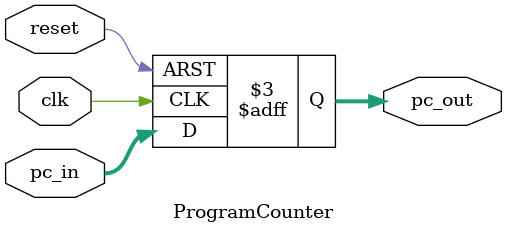
<source format=v>
module ProgramCounter (
    input clk,
    input reset,
    input [31:0] pc_in, //data
    output reg [31:0] pc_out
);

    always @(posedge clk or posedge reset) begin
        if (reset == 1)begin
            pc_out <= 32'b0;
        end else begin
            pc_out <= pc_in;
        end
    end

endmodule

</source>
